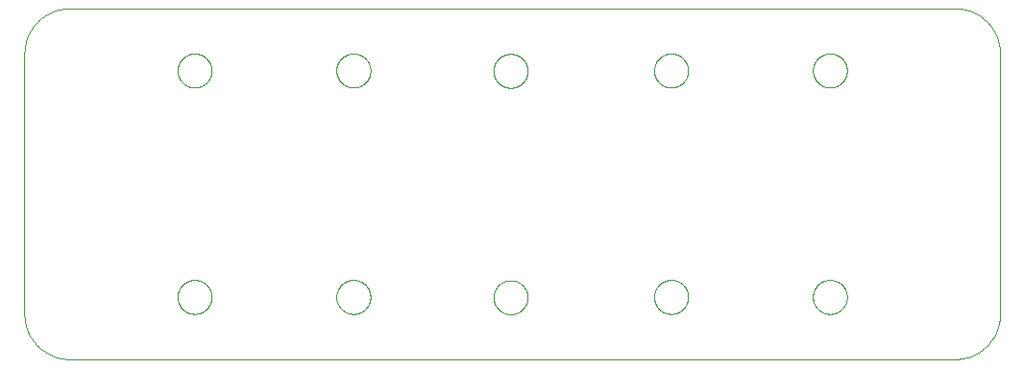
<source format=gtp>
G75*
%MOIN*%
%OFA0B0*%
%FSLAX25Y25*%
%IPPOS*%
%LPD*%
%AMOC8*
5,1,8,0,0,1.08239X$1,22.5*
%
%ADD10C,0.00000*%
D10*
X0024622Y0008874D02*
X0331709Y0008874D01*
X0332090Y0008879D01*
X0332470Y0008892D01*
X0332850Y0008915D01*
X0333229Y0008948D01*
X0333607Y0008989D01*
X0333984Y0009039D01*
X0334360Y0009099D01*
X0334735Y0009167D01*
X0335107Y0009245D01*
X0335478Y0009332D01*
X0335846Y0009427D01*
X0336212Y0009532D01*
X0336575Y0009645D01*
X0336936Y0009767D01*
X0337293Y0009897D01*
X0337647Y0010037D01*
X0337998Y0010184D01*
X0338345Y0010341D01*
X0338688Y0010505D01*
X0339027Y0010678D01*
X0339362Y0010859D01*
X0339693Y0011048D01*
X0340018Y0011245D01*
X0340339Y0011449D01*
X0340655Y0011662D01*
X0340965Y0011882D01*
X0341271Y0012109D01*
X0341570Y0012344D01*
X0341864Y0012586D01*
X0342152Y0012834D01*
X0342434Y0013090D01*
X0342709Y0013353D01*
X0342978Y0013622D01*
X0343241Y0013897D01*
X0343497Y0014179D01*
X0343745Y0014467D01*
X0343987Y0014761D01*
X0344222Y0015060D01*
X0344449Y0015366D01*
X0344669Y0015676D01*
X0344882Y0015992D01*
X0345086Y0016313D01*
X0345283Y0016638D01*
X0345472Y0016969D01*
X0345653Y0017304D01*
X0345826Y0017643D01*
X0345990Y0017986D01*
X0346147Y0018333D01*
X0346294Y0018684D01*
X0346434Y0019038D01*
X0346564Y0019395D01*
X0346686Y0019756D01*
X0346799Y0020119D01*
X0346904Y0020485D01*
X0346999Y0020853D01*
X0347086Y0021224D01*
X0347164Y0021596D01*
X0347232Y0021971D01*
X0347292Y0022347D01*
X0347342Y0022724D01*
X0347383Y0023102D01*
X0347416Y0023481D01*
X0347439Y0023861D01*
X0347452Y0024241D01*
X0347457Y0024622D01*
X0347457Y0115173D01*
X0347452Y0115554D01*
X0347439Y0115934D01*
X0347416Y0116314D01*
X0347383Y0116693D01*
X0347342Y0117071D01*
X0347292Y0117448D01*
X0347232Y0117824D01*
X0347164Y0118199D01*
X0347086Y0118571D01*
X0346999Y0118942D01*
X0346904Y0119310D01*
X0346799Y0119676D01*
X0346686Y0120039D01*
X0346564Y0120400D01*
X0346434Y0120757D01*
X0346294Y0121111D01*
X0346147Y0121462D01*
X0345990Y0121809D01*
X0345826Y0122152D01*
X0345653Y0122491D01*
X0345472Y0122826D01*
X0345283Y0123157D01*
X0345086Y0123482D01*
X0344882Y0123803D01*
X0344669Y0124119D01*
X0344449Y0124429D01*
X0344222Y0124735D01*
X0343987Y0125034D01*
X0343745Y0125328D01*
X0343497Y0125616D01*
X0343241Y0125898D01*
X0342978Y0126173D01*
X0342709Y0126442D01*
X0342434Y0126705D01*
X0342152Y0126961D01*
X0341864Y0127209D01*
X0341570Y0127451D01*
X0341271Y0127686D01*
X0340965Y0127913D01*
X0340655Y0128133D01*
X0340339Y0128346D01*
X0340018Y0128550D01*
X0339693Y0128747D01*
X0339362Y0128936D01*
X0339027Y0129117D01*
X0338688Y0129290D01*
X0338345Y0129454D01*
X0337998Y0129611D01*
X0337647Y0129758D01*
X0337293Y0129898D01*
X0336936Y0130028D01*
X0336575Y0130150D01*
X0336212Y0130263D01*
X0335846Y0130368D01*
X0335478Y0130463D01*
X0335107Y0130550D01*
X0334735Y0130628D01*
X0334360Y0130696D01*
X0333984Y0130756D01*
X0333607Y0130806D01*
X0333229Y0130847D01*
X0332850Y0130880D01*
X0332470Y0130903D01*
X0332090Y0130916D01*
X0331709Y0130921D01*
X0024622Y0130921D01*
X0024241Y0130916D01*
X0023861Y0130903D01*
X0023481Y0130880D01*
X0023102Y0130847D01*
X0022724Y0130806D01*
X0022347Y0130756D01*
X0021971Y0130696D01*
X0021596Y0130628D01*
X0021224Y0130550D01*
X0020853Y0130463D01*
X0020485Y0130368D01*
X0020119Y0130263D01*
X0019756Y0130150D01*
X0019395Y0130028D01*
X0019038Y0129898D01*
X0018684Y0129758D01*
X0018333Y0129611D01*
X0017986Y0129454D01*
X0017643Y0129290D01*
X0017304Y0129117D01*
X0016969Y0128936D01*
X0016638Y0128747D01*
X0016313Y0128550D01*
X0015992Y0128346D01*
X0015676Y0128133D01*
X0015366Y0127913D01*
X0015060Y0127686D01*
X0014761Y0127451D01*
X0014467Y0127209D01*
X0014179Y0126961D01*
X0013897Y0126705D01*
X0013622Y0126442D01*
X0013353Y0126173D01*
X0013090Y0125898D01*
X0012834Y0125616D01*
X0012586Y0125328D01*
X0012344Y0125034D01*
X0012109Y0124735D01*
X0011882Y0124429D01*
X0011662Y0124119D01*
X0011449Y0123803D01*
X0011245Y0123482D01*
X0011048Y0123157D01*
X0010859Y0122826D01*
X0010678Y0122491D01*
X0010505Y0122152D01*
X0010341Y0121809D01*
X0010184Y0121462D01*
X0010037Y0121111D01*
X0009897Y0120757D01*
X0009767Y0120400D01*
X0009645Y0120039D01*
X0009532Y0119676D01*
X0009427Y0119310D01*
X0009332Y0118942D01*
X0009245Y0118571D01*
X0009167Y0118199D01*
X0009099Y0117824D01*
X0009039Y0117448D01*
X0008989Y0117071D01*
X0008948Y0116693D01*
X0008915Y0116314D01*
X0008892Y0115934D01*
X0008879Y0115554D01*
X0008874Y0115173D01*
X0008874Y0024622D01*
X0008879Y0024241D01*
X0008892Y0023861D01*
X0008915Y0023481D01*
X0008948Y0023102D01*
X0008989Y0022724D01*
X0009039Y0022347D01*
X0009099Y0021971D01*
X0009167Y0021596D01*
X0009245Y0021224D01*
X0009332Y0020853D01*
X0009427Y0020485D01*
X0009532Y0020119D01*
X0009645Y0019756D01*
X0009767Y0019395D01*
X0009897Y0019038D01*
X0010037Y0018684D01*
X0010184Y0018333D01*
X0010341Y0017986D01*
X0010505Y0017643D01*
X0010678Y0017304D01*
X0010859Y0016969D01*
X0011048Y0016638D01*
X0011245Y0016313D01*
X0011449Y0015992D01*
X0011662Y0015676D01*
X0011882Y0015366D01*
X0012109Y0015060D01*
X0012344Y0014761D01*
X0012586Y0014467D01*
X0012834Y0014179D01*
X0013090Y0013897D01*
X0013353Y0013622D01*
X0013622Y0013353D01*
X0013897Y0013090D01*
X0014179Y0012834D01*
X0014467Y0012586D01*
X0014761Y0012344D01*
X0015060Y0012109D01*
X0015366Y0011882D01*
X0015676Y0011662D01*
X0015992Y0011449D01*
X0016313Y0011245D01*
X0016638Y0011048D01*
X0016969Y0010859D01*
X0017304Y0010678D01*
X0017643Y0010505D01*
X0017986Y0010341D01*
X0018333Y0010184D01*
X0018684Y0010037D01*
X0019038Y0009897D01*
X0019395Y0009767D01*
X0019756Y0009645D01*
X0020119Y0009532D01*
X0020485Y0009427D01*
X0020853Y0009332D01*
X0021224Y0009245D01*
X0021596Y0009167D01*
X0021971Y0009099D01*
X0022347Y0009039D01*
X0022724Y0008989D01*
X0023102Y0008948D01*
X0023481Y0008915D01*
X0023861Y0008892D01*
X0024241Y0008879D01*
X0024622Y0008874D01*
X0062023Y0030528D02*
X0062025Y0030681D01*
X0062031Y0030835D01*
X0062041Y0030988D01*
X0062055Y0031140D01*
X0062073Y0031293D01*
X0062095Y0031444D01*
X0062120Y0031595D01*
X0062150Y0031746D01*
X0062184Y0031896D01*
X0062221Y0032044D01*
X0062262Y0032192D01*
X0062307Y0032338D01*
X0062356Y0032484D01*
X0062409Y0032628D01*
X0062465Y0032770D01*
X0062525Y0032911D01*
X0062589Y0033051D01*
X0062656Y0033189D01*
X0062727Y0033325D01*
X0062802Y0033459D01*
X0062879Y0033591D01*
X0062961Y0033721D01*
X0063045Y0033849D01*
X0063133Y0033975D01*
X0063224Y0034098D01*
X0063318Y0034219D01*
X0063416Y0034337D01*
X0063516Y0034453D01*
X0063620Y0034566D01*
X0063726Y0034677D01*
X0063835Y0034785D01*
X0063947Y0034890D01*
X0064061Y0034991D01*
X0064179Y0035090D01*
X0064298Y0035186D01*
X0064420Y0035279D01*
X0064545Y0035368D01*
X0064672Y0035455D01*
X0064801Y0035537D01*
X0064932Y0035617D01*
X0065065Y0035693D01*
X0065200Y0035766D01*
X0065337Y0035835D01*
X0065476Y0035900D01*
X0065616Y0035962D01*
X0065758Y0036020D01*
X0065901Y0036075D01*
X0066046Y0036126D01*
X0066192Y0036173D01*
X0066339Y0036216D01*
X0066487Y0036255D01*
X0066636Y0036291D01*
X0066786Y0036322D01*
X0066937Y0036350D01*
X0067088Y0036374D01*
X0067241Y0036394D01*
X0067393Y0036410D01*
X0067546Y0036422D01*
X0067699Y0036430D01*
X0067852Y0036434D01*
X0068006Y0036434D01*
X0068159Y0036430D01*
X0068312Y0036422D01*
X0068465Y0036410D01*
X0068617Y0036394D01*
X0068770Y0036374D01*
X0068921Y0036350D01*
X0069072Y0036322D01*
X0069222Y0036291D01*
X0069371Y0036255D01*
X0069519Y0036216D01*
X0069666Y0036173D01*
X0069812Y0036126D01*
X0069957Y0036075D01*
X0070100Y0036020D01*
X0070242Y0035962D01*
X0070382Y0035900D01*
X0070521Y0035835D01*
X0070658Y0035766D01*
X0070793Y0035693D01*
X0070926Y0035617D01*
X0071057Y0035537D01*
X0071186Y0035455D01*
X0071313Y0035368D01*
X0071438Y0035279D01*
X0071560Y0035186D01*
X0071679Y0035090D01*
X0071797Y0034991D01*
X0071911Y0034890D01*
X0072023Y0034785D01*
X0072132Y0034677D01*
X0072238Y0034566D01*
X0072342Y0034453D01*
X0072442Y0034337D01*
X0072540Y0034219D01*
X0072634Y0034098D01*
X0072725Y0033975D01*
X0072813Y0033849D01*
X0072897Y0033721D01*
X0072979Y0033591D01*
X0073056Y0033459D01*
X0073131Y0033325D01*
X0073202Y0033189D01*
X0073269Y0033051D01*
X0073333Y0032911D01*
X0073393Y0032770D01*
X0073449Y0032628D01*
X0073502Y0032484D01*
X0073551Y0032338D01*
X0073596Y0032192D01*
X0073637Y0032044D01*
X0073674Y0031896D01*
X0073708Y0031746D01*
X0073738Y0031595D01*
X0073763Y0031444D01*
X0073785Y0031293D01*
X0073803Y0031140D01*
X0073817Y0030988D01*
X0073827Y0030835D01*
X0073833Y0030681D01*
X0073835Y0030528D01*
X0073833Y0030375D01*
X0073827Y0030221D01*
X0073817Y0030068D01*
X0073803Y0029916D01*
X0073785Y0029763D01*
X0073763Y0029612D01*
X0073738Y0029461D01*
X0073708Y0029310D01*
X0073674Y0029160D01*
X0073637Y0029012D01*
X0073596Y0028864D01*
X0073551Y0028718D01*
X0073502Y0028572D01*
X0073449Y0028428D01*
X0073393Y0028286D01*
X0073333Y0028145D01*
X0073269Y0028005D01*
X0073202Y0027867D01*
X0073131Y0027731D01*
X0073056Y0027597D01*
X0072979Y0027465D01*
X0072897Y0027335D01*
X0072813Y0027207D01*
X0072725Y0027081D01*
X0072634Y0026958D01*
X0072540Y0026837D01*
X0072442Y0026719D01*
X0072342Y0026603D01*
X0072238Y0026490D01*
X0072132Y0026379D01*
X0072023Y0026271D01*
X0071911Y0026166D01*
X0071797Y0026065D01*
X0071679Y0025966D01*
X0071560Y0025870D01*
X0071438Y0025777D01*
X0071313Y0025688D01*
X0071186Y0025601D01*
X0071057Y0025519D01*
X0070926Y0025439D01*
X0070793Y0025363D01*
X0070658Y0025290D01*
X0070521Y0025221D01*
X0070382Y0025156D01*
X0070242Y0025094D01*
X0070100Y0025036D01*
X0069957Y0024981D01*
X0069812Y0024930D01*
X0069666Y0024883D01*
X0069519Y0024840D01*
X0069371Y0024801D01*
X0069222Y0024765D01*
X0069072Y0024734D01*
X0068921Y0024706D01*
X0068770Y0024682D01*
X0068617Y0024662D01*
X0068465Y0024646D01*
X0068312Y0024634D01*
X0068159Y0024626D01*
X0068006Y0024622D01*
X0067852Y0024622D01*
X0067699Y0024626D01*
X0067546Y0024634D01*
X0067393Y0024646D01*
X0067241Y0024662D01*
X0067088Y0024682D01*
X0066937Y0024706D01*
X0066786Y0024734D01*
X0066636Y0024765D01*
X0066487Y0024801D01*
X0066339Y0024840D01*
X0066192Y0024883D01*
X0066046Y0024930D01*
X0065901Y0024981D01*
X0065758Y0025036D01*
X0065616Y0025094D01*
X0065476Y0025156D01*
X0065337Y0025221D01*
X0065200Y0025290D01*
X0065065Y0025363D01*
X0064932Y0025439D01*
X0064801Y0025519D01*
X0064672Y0025601D01*
X0064545Y0025688D01*
X0064420Y0025777D01*
X0064298Y0025870D01*
X0064179Y0025966D01*
X0064061Y0026065D01*
X0063947Y0026166D01*
X0063835Y0026271D01*
X0063726Y0026379D01*
X0063620Y0026490D01*
X0063516Y0026603D01*
X0063416Y0026719D01*
X0063318Y0026837D01*
X0063224Y0026958D01*
X0063133Y0027081D01*
X0063045Y0027207D01*
X0062961Y0027335D01*
X0062879Y0027465D01*
X0062802Y0027597D01*
X0062727Y0027731D01*
X0062656Y0027867D01*
X0062589Y0028005D01*
X0062525Y0028145D01*
X0062465Y0028286D01*
X0062409Y0028428D01*
X0062356Y0028572D01*
X0062307Y0028718D01*
X0062262Y0028864D01*
X0062221Y0029012D01*
X0062184Y0029160D01*
X0062150Y0029310D01*
X0062120Y0029461D01*
X0062095Y0029612D01*
X0062073Y0029763D01*
X0062055Y0029916D01*
X0062041Y0030068D01*
X0062031Y0030221D01*
X0062025Y0030375D01*
X0062023Y0030528D01*
X0117141Y0030528D02*
X0117143Y0030681D01*
X0117149Y0030835D01*
X0117159Y0030988D01*
X0117173Y0031140D01*
X0117191Y0031293D01*
X0117213Y0031444D01*
X0117238Y0031595D01*
X0117268Y0031746D01*
X0117302Y0031896D01*
X0117339Y0032044D01*
X0117380Y0032192D01*
X0117425Y0032338D01*
X0117474Y0032484D01*
X0117527Y0032628D01*
X0117583Y0032770D01*
X0117643Y0032911D01*
X0117707Y0033051D01*
X0117774Y0033189D01*
X0117845Y0033325D01*
X0117920Y0033459D01*
X0117997Y0033591D01*
X0118079Y0033721D01*
X0118163Y0033849D01*
X0118251Y0033975D01*
X0118342Y0034098D01*
X0118436Y0034219D01*
X0118534Y0034337D01*
X0118634Y0034453D01*
X0118738Y0034566D01*
X0118844Y0034677D01*
X0118953Y0034785D01*
X0119065Y0034890D01*
X0119179Y0034991D01*
X0119297Y0035090D01*
X0119416Y0035186D01*
X0119538Y0035279D01*
X0119663Y0035368D01*
X0119790Y0035455D01*
X0119919Y0035537D01*
X0120050Y0035617D01*
X0120183Y0035693D01*
X0120318Y0035766D01*
X0120455Y0035835D01*
X0120594Y0035900D01*
X0120734Y0035962D01*
X0120876Y0036020D01*
X0121019Y0036075D01*
X0121164Y0036126D01*
X0121310Y0036173D01*
X0121457Y0036216D01*
X0121605Y0036255D01*
X0121754Y0036291D01*
X0121904Y0036322D01*
X0122055Y0036350D01*
X0122206Y0036374D01*
X0122359Y0036394D01*
X0122511Y0036410D01*
X0122664Y0036422D01*
X0122817Y0036430D01*
X0122970Y0036434D01*
X0123124Y0036434D01*
X0123277Y0036430D01*
X0123430Y0036422D01*
X0123583Y0036410D01*
X0123735Y0036394D01*
X0123888Y0036374D01*
X0124039Y0036350D01*
X0124190Y0036322D01*
X0124340Y0036291D01*
X0124489Y0036255D01*
X0124637Y0036216D01*
X0124784Y0036173D01*
X0124930Y0036126D01*
X0125075Y0036075D01*
X0125218Y0036020D01*
X0125360Y0035962D01*
X0125500Y0035900D01*
X0125639Y0035835D01*
X0125776Y0035766D01*
X0125911Y0035693D01*
X0126044Y0035617D01*
X0126175Y0035537D01*
X0126304Y0035455D01*
X0126431Y0035368D01*
X0126556Y0035279D01*
X0126678Y0035186D01*
X0126797Y0035090D01*
X0126915Y0034991D01*
X0127029Y0034890D01*
X0127141Y0034785D01*
X0127250Y0034677D01*
X0127356Y0034566D01*
X0127460Y0034453D01*
X0127560Y0034337D01*
X0127658Y0034219D01*
X0127752Y0034098D01*
X0127843Y0033975D01*
X0127931Y0033849D01*
X0128015Y0033721D01*
X0128097Y0033591D01*
X0128174Y0033459D01*
X0128249Y0033325D01*
X0128320Y0033189D01*
X0128387Y0033051D01*
X0128451Y0032911D01*
X0128511Y0032770D01*
X0128567Y0032628D01*
X0128620Y0032484D01*
X0128669Y0032338D01*
X0128714Y0032192D01*
X0128755Y0032044D01*
X0128792Y0031896D01*
X0128826Y0031746D01*
X0128856Y0031595D01*
X0128881Y0031444D01*
X0128903Y0031293D01*
X0128921Y0031140D01*
X0128935Y0030988D01*
X0128945Y0030835D01*
X0128951Y0030681D01*
X0128953Y0030528D01*
X0128951Y0030375D01*
X0128945Y0030221D01*
X0128935Y0030068D01*
X0128921Y0029916D01*
X0128903Y0029763D01*
X0128881Y0029612D01*
X0128856Y0029461D01*
X0128826Y0029310D01*
X0128792Y0029160D01*
X0128755Y0029012D01*
X0128714Y0028864D01*
X0128669Y0028718D01*
X0128620Y0028572D01*
X0128567Y0028428D01*
X0128511Y0028286D01*
X0128451Y0028145D01*
X0128387Y0028005D01*
X0128320Y0027867D01*
X0128249Y0027731D01*
X0128174Y0027597D01*
X0128097Y0027465D01*
X0128015Y0027335D01*
X0127931Y0027207D01*
X0127843Y0027081D01*
X0127752Y0026958D01*
X0127658Y0026837D01*
X0127560Y0026719D01*
X0127460Y0026603D01*
X0127356Y0026490D01*
X0127250Y0026379D01*
X0127141Y0026271D01*
X0127029Y0026166D01*
X0126915Y0026065D01*
X0126797Y0025966D01*
X0126678Y0025870D01*
X0126556Y0025777D01*
X0126431Y0025688D01*
X0126304Y0025601D01*
X0126175Y0025519D01*
X0126044Y0025439D01*
X0125911Y0025363D01*
X0125776Y0025290D01*
X0125639Y0025221D01*
X0125500Y0025156D01*
X0125360Y0025094D01*
X0125218Y0025036D01*
X0125075Y0024981D01*
X0124930Y0024930D01*
X0124784Y0024883D01*
X0124637Y0024840D01*
X0124489Y0024801D01*
X0124340Y0024765D01*
X0124190Y0024734D01*
X0124039Y0024706D01*
X0123888Y0024682D01*
X0123735Y0024662D01*
X0123583Y0024646D01*
X0123430Y0024634D01*
X0123277Y0024626D01*
X0123124Y0024622D01*
X0122970Y0024622D01*
X0122817Y0024626D01*
X0122664Y0024634D01*
X0122511Y0024646D01*
X0122359Y0024662D01*
X0122206Y0024682D01*
X0122055Y0024706D01*
X0121904Y0024734D01*
X0121754Y0024765D01*
X0121605Y0024801D01*
X0121457Y0024840D01*
X0121310Y0024883D01*
X0121164Y0024930D01*
X0121019Y0024981D01*
X0120876Y0025036D01*
X0120734Y0025094D01*
X0120594Y0025156D01*
X0120455Y0025221D01*
X0120318Y0025290D01*
X0120183Y0025363D01*
X0120050Y0025439D01*
X0119919Y0025519D01*
X0119790Y0025601D01*
X0119663Y0025688D01*
X0119538Y0025777D01*
X0119416Y0025870D01*
X0119297Y0025966D01*
X0119179Y0026065D01*
X0119065Y0026166D01*
X0118953Y0026271D01*
X0118844Y0026379D01*
X0118738Y0026490D01*
X0118634Y0026603D01*
X0118534Y0026719D01*
X0118436Y0026837D01*
X0118342Y0026958D01*
X0118251Y0027081D01*
X0118163Y0027207D01*
X0118079Y0027335D01*
X0117997Y0027465D01*
X0117920Y0027597D01*
X0117845Y0027731D01*
X0117774Y0027867D01*
X0117707Y0028005D01*
X0117643Y0028145D01*
X0117583Y0028286D01*
X0117527Y0028428D01*
X0117474Y0028572D01*
X0117425Y0028718D01*
X0117380Y0028864D01*
X0117339Y0029012D01*
X0117302Y0029160D01*
X0117268Y0029310D01*
X0117238Y0029461D01*
X0117213Y0029612D01*
X0117191Y0029763D01*
X0117173Y0029916D01*
X0117159Y0030068D01*
X0117149Y0030221D01*
X0117143Y0030375D01*
X0117141Y0030528D01*
X0171669Y0030409D02*
X0171671Y0030562D01*
X0171677Y0030716D01*
X0171687Y0030869D01*
X0171701Y0031021D01*
X0171719Y0031174D01*
X0171741Y0031325D01*
X0171766Y0031476D01*
X0171796Y0031627D01*
X0171830Y0031777D01*
X0171867Y0031925D01*
X0171908Y0032073D01*
X0171953Y0032219D01*
X0172002Y0032365D01*
X0172055Y0032509D01*
X0172111Y0032651D01*
X0172171Y0032792D01*
X0172235Y0032932D01*
X0172302Y0033070D01*
X0172373Y0033206D01*
X0172448Y0033340D01*
X0172525Y0033472D01*
X0172607Y0033602D01*
X0172691Y0033730D01*
X0172779Y0033856D01*
X0172870Y0033979D01*
X0172964Y0034100D01*
X0173062Y0034218D01*
X0173162Y0034334D01*
X0173266Y0034447D01*
X0173372Y0034558D01*
X0173481Y0034666D01*
X0173593Y0034771D01*
X0173707Y0034872D01*
X0173825Y0034971D01*
X0173944Y0035067D01*
X0174066Y0035160D01*
X0174191Y0035249D01*
X0174318Y0035336D01*
X0174447Y0035418D01*
X0174578Y0035498D01*
X0174711Y0035574D01*
X0174846Y0035647D01*
X0174983Y0035716D01*
X0175122Y0035781D01*
X0175262Y0035843D01*
X0175404Y0035901D01*
X0175547Y0035956D01*
X0175692Y0036007D01*
X0175838Y0036054D01*
X0175985Y0036097D01*
X0176133Y0036136D01*
X0176282Y0036172D01*
X0176432Y0036203D01*
X0176583Y0036231D01*
X0176734Y0036255D01*
X0176887Y0036275D01*
X0177039Y0036291D01*
X0177192Y0036303D01*
X0177345Y0036311D01*
X0177498Y0036315D01*
X0177652Y0036315D01*
X0177805Y0036311D01*
X0177958Y0036303D01*
X0178111Y0036291D01*
X0178263Y0036275D01*
X0178416Y0036255D01*
X0178567Y0036231D01*
X0178718Y0036203D01*
X0178868Y0036172D01*
X0179017Y0036136D01*
X0179165Y0036097D01*
X0179312Y0036054D01*
X0179458Y0036007D01*
X0179603Y0035956D01*
X0179746Y0035901D01*
X0179888Y0035843D01*
X0180028Y0035781D01*
X0180167Y0035716D01*
X0180304Y0035647D01*
X0180439Y0035574D01*
X0180572Y0035498D01*
X0180703Y0035418D01*
X0180832Y0035336D01*
X0180959Y0035249D01*
X0181084Y0035160D01*
X0181206Y0035067D01*
X0181325Y0034971D01*
X0181443Y0034872D01*
X0181557Y0034771D01*
X0181669Y0034666D01*
X0181778Y0034558D01*
X0181884Y0034447D01*
X0181988Y0034334D01*
X0182088Y0034218D01*
X0182186Y0034100D01*
X0182280Y0033979D01*
X0182371Y0033856D01*
X0182459Y0033730D01*
X0182543Y0033602D01*
X0182625Y0033472D01*
X0182702Y0033340D01*
X0182777Y0033206D01*
X0182848Y0033070D01*
X0182915Y0032932D01*
X0182979Y0032792D01*
X0183039Y0032651D01*
X0183095Y0032509D01*
X0183148Y0032365D01*
X0183197Y0032219D01*
X0183242Y0032073D01*
X0183283Y0031925D01*
X0183320Y0031777D01*
X0183354Y0031627D01*
X0183384Y0031476D01*
X0183409Y0031325D01*
X0183431Y0031174D01*
X0183449Y0031021D01*
X0183463Y0030869D01*
X0183473Y0030716D01*
X0183479Y0030562D01*
X0183481Y0030409D01*
X0183479Y0030256D01*
X0183473Y0030102D01*
X0183463Y0029949D01*
X0183449Y0029797D01*
X0183431Y0029644D01*
X0183409Y0029493D01*
X0183384Y0029342D01*
X0183354Y0029191D01*
X0183320Y0029041D01*
X0183283Y0028893D01*
X0183242Y0028745D01*
X0183197Y0028599D01*
X0183148Y0028453D01*
X0183095Y0028309D01*
X0183039Y0028167D01*
X0182979Y0028026D01*
X0182915Y0027886D01*
X0182848Y0027748D01*
X0182777Y0027612D01*
X0182702Y0027478D01*
X0182625Y0027346D01*
X0182543Y0027216D01*
X0182459Y0027088D01*
X0182371Y0026962D01*
X0182280Y0026839D01*
X0182186Y0026718D01*
X0182088Y0026600D01*
X0181988Y0026484D01*
X0181884Y0026371D01*
X0181778Y0026260D01*
X0181669Y0026152D01*
X0181557Y0026047D01*
X0181443Y0025946D01*
X0181325Y0025847D01*
X0181206Y0025751D01*
X0181084Y0025658D01*
X0180959Y0025569D01*
X0180832Y0025482D01*
X0180703Y0025400D01*
X0180572Y0025320D01*
X0180439Y0025244D01*
X0180304Y0025171D01*
X0180167Y0025102D01*
X0180028Y0025037D01*
X0179888Y0024975D01*
X0179746Y0024917D01*
X0179603Y0024862D01*
X0179458Y0024811D01*
X0179312Y0024764D01*
X0179165Y0024721D01*
X0179017Y0024682D01*
X0178868Y0024646D01*
X0178718Y0024615D01*
X0178567Y0024587D01*
X0178416Y0024563D01*
X0178263Y0024543D01*
X0178111Y0024527D01*
X0177958Y0024515D01*
X0177805Y0024507D01*
X0177652Y0024503D01*
X0177498Y0024503D01*
X0177345Y0024507D01*
X0177192Y0024515D01*
X0177039Y0024527D01*
X0176887Y0024543D01*
X0176734Y0024563D01*
X0176583Y0024587D01*
X0176432Y0024615D01*
X0176282Y0024646D01*
X0176133Y0024682D01*
X0175985Y0024721D01*
X0175838Y0024764D01*
X0175692Y0024811D01*
X0175547Y0024862D01*
X0175404Y0024917D01*
X0175262Y0024975D01*
X0175122Y0025037D01*
X0174983Y0025102D01*
X0174846Y0025171D01*
X0174711Y0025244D01*
X0174578Y0025320D01*
X0174447Y0025400D01*
X0174318Y0025482D01*
X0174191Y0025569D01*
X0174066Y0025658D01*
X0173944Y0025751D01*
X0173825Y0025847D01*
X0173707Y0025946D01*
X0173593Y0026047D01*
X0173481Y0026152D01*
X0173372Y0026260D01*
X0173266Y0026371D01*
X0173162Y0026484D01*
X0173062Y0026600D01*
X0172964Y0026718D01*
X0172870Y0026839D01*
X0172779Y0026962D01*
X0172691Y0027088D01*
X0172607Y0027216D01*
X0172525Y0027346D01*
X0172448Y0027478D01*
X0172373Y0027612D01*
X0172302Y0027748D01*
X0172235Y0027886D01*
X0172171Y0028026D01*
X0172111Y0028167D01*
X0172055Y0028309D01*
X0172002Y0028453D01*
X0171953Y0028599D01*
X0171908Y0028745D01*
X0171867Y0028893D01*
X0171830Y0029041D01*
X0171796Y0029191D01*
X0171766Y0029342D01*
X0171741Y0029493D01*
X0171719Y0029644D01*
X0171701Y0029797D01*
X0171687Y0029949D01*
X0171677Y0030102D01*
X0171671Y0030256D01*
X0171669Y0030409D01*
X0227377Y0030528D02*
X0227379Y0030681D01*
X0227385Y0030835D01*
X0227395Y0030988D01*
X0227409Y0031140D01*
X0227427Y0031293D01*
X0227449Y0031444D01*
X0227474Y0031595D01*
X0227504Y0031746D01*
X0227538Y0031896D01*
X0227575Y0032044D01*
X0227616Y0032192D01*
X0227661Y0032338D01*
X0227710Y0032484D01*
X0227763Y0032628D01*
X0227819Y0032770D01*
X0227879Y0032911D01*
X0227943Y0033051D01*
X0228010Y0033189D01*
X0228081Y0033325D01*
X0228156Y0033459D01*
X0228233Y0033591D01*
X0228315Y0033721D01*
X0228399Y0033849D01*
X0228487Y0033975D01*
X0228578Y0034098D01*
X0228672Y0034219D01*
X0228770Y0034337D01*
X0228870Y0034453D01*
X0228974Y0034566D01*
X0229080Y0034677D01*
X0229189Y0034785D01*
X0229301Y0034890D01*
X0229415Y0034991D01*
X0229533Y0035090D01*
X0229652Y0035186D01*
X0229774Y0035279D01*
X0229899Y0035368D01*
X0230026Y0035455D01*
X0230155Y0035537D01*
X0230286Y0035617D01*
X0230419Y0035693D01*
X0230554Y0035766D01*
X0230691Y0035835D01*
X0230830Y0035900D01*
X0230970Y0035962D01*
X0231112Y0036020D01*
X0231255Y0036075D01*
X0231400Y0036126D01*
X0231546Y0036173D01*
X0231693Y0036216D01*
X0231841Y0036255D01*
X0231990Y0036291D01*
X0232140Y0036322D01*
X0232291Y0036350D01*
X0232442Y0036374D01*
X0232595Y0036394D01*
X0232747Y0036410D01*
X0232900Y0036422D01*
X0233053Y0036430D01*
X0233206Y0036434D01*
X0233360Y0036434D01*
X0233513Y0036430D01*
X0233666Y0036422D01*
X0233819Y0036410D01*
X0233971Y0036394D01*
X0234124Y0036374D01*
X0234275Y0036350D01*
X0234426Y0036322D01*
X0234576Y0036291D01*
X0234725Y0036255D01*
X0234873Y0036216D01*
X0235020Y0036173D01*
X0235166Y0036126D01*
X0235311Y0036075D01*
X0235454Y0036020D01*
X0235596Y0035962D01*
X0235736Y0035900D01*
X0235875Y0035835D01*
X0236012Y0035766D01*
X0236147Y0035693D01*
X0236280Y0035617D01*
X0236411Y0035537D01*
X0236540Y0035455D01*
X0236667Y0035368D01*
X0236792Y0035279D01*
X0236914Y0035186D01*
X0237033Y0035090D01*
X0237151Y0034991D01*
X0237265Y0034890D01*
X0237377Y0034785D01*
X0237486Y0034677D01*
X0237592Y0034566D01*
X0237696Y0034453D01*
X0237796Y0034337D01*
X0237894Y0034219D01*
X0237988Y0034098D01*
X0238079Y0033975D01*
X0238167Y0033849D01*
X0238251Y0033721D01*
X0238333Y0033591D01*
X0238410Y0033459D01*
X0238485Y0033325D01*
X0238556Y0033189D01*
X0238623Y0033051D01*
X0238687Y0032911D01*
X0238747Y0032770D01*
X0238803Y0032628D01*
X0238856Y0032484D01*
X0238905Y0032338D01*
X0238950Y0032192D01*
X0238991Y0032044D01*
X0239028Y0031896D01*
X0239062Y0031746D01*
X0239092Y0031595D01*
X0239117Y0031444D01*
X0239139Y0031293D01*
X0239157Y0031140D01*
X0239171Y0030988D01*
X0239181Y0030835D01*
X0239187Y0030681D01*
X0239189Y0030528D01*
X0239187Y0030375D01*
X0239181Y0030221D01*
X0239171Y0030068D01*
X0239157Y0029916D01*
X0239139Y0029763D01*
X0239117Y0029612D01*
X0239092Y0029461D01*
X0239062Y0029310D01*
X0239028Y0029160D01*
X0238991Y0029012D01*
X0238950Y0028864D01*
X0238905Y0028718D01*
X0238856Y0028572D01*
X0238803Y0028428D01*
X0238747Y0028286D01*
X0238687Y0028145D01*
X0238623Y0028005D01*
X0238556Y0027867D01*
X0238485Y0027731D01*
X0238410Y0027597D01*
X0238333Y0027465D01*
X0238251Y0027335D01*
X0238167Y0027207D01*
X0238079Y0027081D01*
X0237988Y0026958D01*
X0237894Y0026837D01*
X0237796Y0026719D01*
X0237696Y0026603D01*
X0237592Y0026490D01*
X0237486Y0026379D01*
X0237377Y0026271D01*
X0237265Y0026166D01*
X0237151Y0026065D01*
X0237033Y0025966D01*
X0236914Y0025870D01*
X0236792Y0025777D01*
X0236667Y0025688D01*
X0236540Y0025601D01*
X0236411Y0025519D01*
X0236280Y0025439D01*
X0236147Y0025363D01*
X0236012Y0025290D01*
X0235875Y0025221D01*
X0235736Y0025156D01*
X0235596Y0025094D01*
X0235454Y0025036D01*
X0235311Y0024981D01*
X0235166Y0024930D01*
X0235020Y0024883D01*
X0234873Y0024840D01*
X0234725Y0024801D01*
X0234576Y0024765D01*
X0234426Y0024734D01*
X0234275Y0024706D01*
X0234124Y0024682D01*
X0233971Y0024662D01*
X0233819Y0024646D01*
X0233666Y0024634D01*
X0233513Y0024626D01*
X0233360Y0024622D01*
X0233206Y0024622D01*
X0233053Y0024626D01*
X0232900Y0024634D01*
X0232747Y0024646D01*
X0232595Y0024662D01*
X0232442Y0024682D01*
X0232291Y0024706D01*
X0232140Y0024734D01*
X0231990Y0024765D01*
X0231841Y0024801D01*
X0231693Y0024840D01*
X0231546Y0024883D01*
X0231400Y0024930D01*
X0231255Y0024981D01*
X0231112Y0025036D01*
X0230970Y0025094D01*
X0230830Y0025156D01*
X0230691Y0025221D01*
X0230554Y0025290D01*
X0230419Y0025363D01*
X0230286Y0025439D01*
X0230155Y0025519D01*
X0230026Y0025601D01*
X0229899Y0025688D01*
X0229774Y0025777D01*
X0229652Y0025870D01*
X0229533Y0025966D01*
X0229415Y0026065D01*
X0229301Y0026166D01*
X0229189Y0026271D01*
X0229080Y0026379D01*
X0228974Y0026490D01*
X0228870Y0026603D01*
X0228770Y0026719D01*
X0228672Y0026837D01*
X0228578Y0026958D01*
X0228487Y0027081D01*
X0228399Y0027207D01*
X0228315Y0027335D01*
X0228233Y0027465D01*
X0228156Y0027597D01*
X0228081Y0027731D01*
X0228010Y0027867D01*
X0227943Y0028005D01*
X0227879Y0028145D01*
X0227819Y0028286D01*
X0227763Y0028428D01*
X0227710Y0028572D01*
X0227661Y0028718D01*
X0227616Y0028864D01*
X0227575Y0029012D01*
X0227538Y0029160D01*
X0227504Y0029310D01*
X0227474Y0029461D01*
X0227449Y0029612D01*
X0227427Y0029763D01*
X0227409Y0029916D01*
X0227395Y0030068D01*
X0227385Y0030221D01*
X0227379Y0030375D01*
X0227377Y0030528D01*
X0282496Y0030528D02*
X0282498Y0030681D01*
X0282504Y0030835D01*
X0282514Y0030988D01*
X0282528Y0031140D01*
X0282546Y0031293D01*
X0282568Y0031444D01*
X0282593Y0031595D01*
X0282623Y0031746D01*
X0282657Y0031896D01*
X0282694Y0032044D01*
X0282735Y0032192D01*
X0282780Y0032338D01*
X0282829Y0032484D01*
X0282882Y0032628D01*
X0282938Y0032770D01*
X0282998Y0032911D01*
X0283062Y0033051D01*
X0283129Y0033189D01*
X0283200Y0033325D01*
X0283275Y0033459D01*
X0283352Y0033591D01*
X0283434Y0033721D01*
X0283518Y0033849D01*
X0283606Y0033975D01*
X0283697Y0034098D01*
X0283791Y0034219D01*
X0283889Y0034337D01*
X0283989Y0034453D01*
X0284093Y0034566D01*
X0284199Y0034677D01*
X0284308Y0034785D01*
X0284420Y0034890D01*
X0284534Y0034991D01*
X0284652Y0035090D01*
X0284771Y0035186D01*
X0284893Y0035279D01*
X0285018Y0035368D01*
X0285145Y0035455D01*
X0285274Y0035537D01*
X0285405Y0035617D01*
X0285538Y0035693D01*
X0285673Y0035766D01*
X0285810Y0035835D01*
X0285949Y0035900D01*
X0286089Y0035962D01*
X0286231Y0036020D01*
X0286374Y0036075D01*
X0286519Y0036126D01*
X0286665Y0036173D01*
X0286812Y0036216D01*
X0286960Y0036255D01*
X0287109Y0036291D01*
X0287259Y0036322D01*
X0287410Y0036350D01*
X0287561Y0036374D01*
X0287714Y0036394D01*
X0287866Y0036410D01*
X0288019Y0036422D01*
X0288172Y0036430D01*
X0288325Y0036434D01*
X0288479Y0036434D01*
X0288632Y0036430D01*
X0288785Y0036422D01*
X0288938Y0036410D01*
X0289090Y0036394D01*
X0289243Y0036374D01*
X0289394Y0036350D01*
X0289545Y0036322D01*
X0289695Y0036291D01*
X0289844Y0036255D01*
X0289992Y0036216D01*
X0290139Y0036173D01*
X0290285Y0036126D01*
X0290430Y0036075D01*
X0290573Y0036020D01*
X0290715Y0035962D01*
X0290855Y0035900D01*
X0290994Y0035835D01*
X0291131Y0035766D01*
X0291266Y0035693D01*
X0291399Y0035617D01*
X0291530Y0035537D01*
X0291659Y0035455D01*
X0291786Y0035368D01*
X0291911Y0035279D01*
X0292033Y0035186D01*
X0292152Y0035090D01*
X0292270Y0034991D01*
X0292384Y0034890D01*
X0292496Y0034785D01*
X0292605Y0034677D01*
X0292711Y0034566D01*
X0292815Y0034453D01*
X0292915Y0034337D01*
X0293013Y0034219D01*
X0293107Y0034098D01*
X0293198Y0033975D01*
X0293286Y0033849D01*
X0293370Y0033721D01*
X0293452Y0033591D01*
X0293529Y0033459D01*
X0293604Y0033325D01*
X0293675Y0033189D01*
X0293742Y0033051D01*
X0293806Y0032911D01*
X0293866Y0032770D01*
X0293922Y0032628D01*
X0293975Y0032484D01*
X0294024Y0032338D01*
X0294069Y0032192D01*
X0294110Y0032044D01*
X0294147Y0031896D01*
X0294181Y0031746D01*
X0294211Y0031595D01*
X0294236Y0031444D01*
X0294258Y0031293D01*
X0294276Y0031140D01*
X0294290Y0030988D01*
X0294300Y0030835D01*
X0294306Y0030681D01*
X0294308Y0030528D01*
X0294306Y0030375D01*
X0294300Y0030221D01*
X0294290Y0030068D01*
X0294276Y0029916D01*
X0294258Y0029763D01*
X0294236Y0029612D01*
X0294211Y0029461D01*
X0294181Y0029310D01*
X0294147Y0029160D01*
X0294110Y0029012D01*
X0294069Y0028864D01*
X0294024Y0028718D01*
X0293975Y0028572D01*
X0293922Y0028428D01*
X0293866Y0028286D01*
X0293806Y0028145D01*
X0293742Y0028005D01*
X0293675Y0027867D01*
X0293604Y0027731D01*
X0293529Y0027597D01*
X0293452Y0027465D01*
X0293370Y0027335D01*
X0293286Y0027207D01*
X0293198Y0027081D01*
X0293107Y0026958D01*
X0293013Y0026837D01*
X0292915Y0026719D01*
X0292815Y0026603D01*
X0292711Y0026490D01*
X0292605Y0026379D01*
X0292496Y0026271D01*
X0292384Y0026166D01*
X0292270Y0026065D01*
X0292152Y0025966D01*
X0292033Y0025870D01*
X0291911Y0025777D01*
X0291786Y0025688D01*
X0291659Y0025601D01*
X0291530Y0025519D01*
X0291399Y0025439D01*
X0291266Y0025363D01*
X0291131Y0025290D01*
X0290994Y0025221D01*
X0290855Y0025156D01*
X0290715Y0025094D01*
X0290573Y0025036D01*
X0290430Y0024981D01*
X0290285Y0024930D01*
X0290139Y0024883D01*
X0289992Y0024840D01*
X0289844Y0024801D01*
X0289695Y0024765D01*
X0289545Y0024734D01*
X0289394Y0024706D01*
X0289243Y0024682D01*
X0289090Y0024662D01*
X0288938Y0024646D01*
X0288785Y0024634D01*
X0288632Y0024626D01*
X0288479Y0024622D01*
X0288325Y0024622D01*
X0288172Y0024626D01*
X0288019Y0024634D01*
X0287866Y0024646D01*
X0287714Y0024662D01*
X0287561Y0024682D01*
X0287410Y0024706D01*
X0287259Y0024734D01*
X0287109Y0024765D01*
X0286960Y0024801D01*
X0286812Y0024840D01*
X0286665Y0024883D01*
X0286519Y0024930D01*
X0286374Y0024981D01*
X0286231Y0025036D01*
X0286089Y0025094D01*
X0285949Y0025156D01*
X0285810Y0025221D01*
X0285673Y0025290D01*
X0285538Y0025363D01*
X0285405Y0025439D01*
X0285274Y0025519D01*
X0285145Y0025601D01*
X0285018Y0025688D01*
X0284893Y0025777D01*
X0284771Y0025870D01*
X0284652Y0025966D01*
X0284534Y0026065D01*
X0284420Y0026166D01*
X0284308Y0026271D01*
X0284199Y0026379D01*
X0284093Y0026490D01*
X0283989Y0026603D01*
X0283889Y0026719D01*
X0283791Y0026837D01*
X0283697Y0026958D01*
X0283606Y0027081D01*
X0283518Y0027207D01*
X0283434Y0027335D01*
X0283352Y0027465D01*
X0283275Y0027597D01*
X0283200Y0027731D01*
X0283129Y0027867D01*
X0283062Y0028005D01*
X0282998Y0028145D01*
X0282938Y0028286D01*
X0282882Y0028428D01*
X0282829Y0028572D01*
X0282780Y0028718D01*
X0282735Y0028864D01*
X0282694Y0029012D01*
X0282657Y0029160D01*
X0282623Y0029310D01*
X0282593Y0029461D01*
X0282568Y0029612D01*
X0282546Y0029763D01*
X0282528Y0029916D01*
X0282514Y0030068D01*
X0282504Y0030221D01*
X0282498Y0030375D01*
X0282496Y0030528D01*
X0282496Y0109268D02*
X0282498Y0109421D01*
X0282504Y0109575D01*
X0282514Y0109728D01*
X0282528Y0109880D01*
X0282546Y0110033D01*
X0282568Y0110184D01*
X0282593Y0110335D01*
X0282623Y0110486D01*
X0282657Y0110636D01*
X0282694Y0110784D01*
X0282735Y0110932D01*
X0282780Y0111078D01*
X0282829Y0111224D01*
X0282882Y0111368D01*
X0282938Y0111510D01*
X0282998Y0111651D01*
X0283062Y0111791D01*
X0283129Y0111929D01*
X0283200Y0112065D01*
X0283275Y0112199D01*
X0283352Y0112331D01*
X0283434Y0112461D01*
X0283518Y0112589D01*
X0283606Y0112715D01*
X0283697Y0112838D01*
X0283791Y0112959D01*
X0283889Y0113077D01*
X0283989Y0113193D01*
X0284093Y0113306D01*
X0284199Y0113417D01*
X0284308Y0113525D01*
X0284420Y0113630D01*
X0284534Y0113731D01*
X0284652Y0113830D01*
X0284771Y0113926D01*
X0284893Y0114019D01*
X0285018Y0114108D01*
X0285145Y0114195D01*
X0285274Y0114277D01*
X0285405Y0114357D01*
X0285538Y0114433D01*
X0285673Y0114506D01*
X0285810Y0114575D01*
X0285949Y0114640D01*
X0286089Y0114702D01*
X0286231Y0114760D01*
X0286374Y0114815D01*
X0286519Y0114866D01*
X0286665Y0114913D01*
X0286812Y0114956D01*
X0286960Y0114995D01*
X0287109Y0115031D01*
X0287259Y0115062D01*
X0287410Y0115090D01*
X0287561Y0115114D01*
X0287714Y0115134D01*
X0287866Y0115150D01*
X0288019Y0115162D01*
X0288172Y0115170D01*
X0288325Y0115174D01*
X0288479Y0115174D01*
X0288632Y0115170D01*
X0288785Y0115162D01*
X0288938Y0115150D01*
X0289090Y0115134D01*
X0289243Y0115114D01*
X0289394Y0115090D01*
X0289545Y0115062D01*
X0289695Y0115031D01*
X0289844Y0114995D01*
X0289992Y0114956D01*
X0290139Y0114913D01*
X0290285Y0114866D01*
X0290430Y0114815D01*
X0290573Y0114760D01*
X0290715Y0114702D01*
X0290855Y0114640D01*
X0290994Y0114575D01*
X0291131Y0114506D01*
X0291266Y0114433D01*
X0291399Y0114357D01*
X0291530Y0114277D01*
X0291659Y0114195D01*
X0291786Y0114108D01*
X0291911Y0114019D01*
X0292033Y0113926D01*
X0292152Y0113830D01*
X0292270Y0113731D01*
X0292384Y0113630D01*
X0292496Y0113525D01*
X0292605Y0113417D01*
X0292711Y0113306D01*
X0292815Y0113193D01*
X0292915Y0113077D01*
X0293013Y0112959D01*
X0293107Y0112838D01*
X0293198Y0112715D01*
X0293286Y0112589D01*
X0293370Y0112461D01*
X0293452Y0112331D01*
X0293529Y0112199D01*
X0293604Y0112065D01*
X0293675Y0111929D01*
X0293742Y0111791D01*
X0293806Y0111651D01*
X0293866Y0111510D01*
X0293922Y0111368D01*
X0293975Y0111224D01*
X0294024Y0111078D01*
X0294069Y0110932D01*
X0294110Y0110784D01*
X0294147Y0110636D01*
X0294181Y0110486D01*
X0294211Y0110335D01*
X0294236Y0110184D01*
X0294258Y0110033D01*
X0294276Y0109880D01*
X0294290Y0109728D01*
X0294300Y0109575D01*
X0294306Y0109421D01*
X0294308Y0109268D01*
X0294306Y0109115D01*
X0294300Y0108961D01*
X0294290Y0108808D01*
X0294276Y0108656D01*
X0294258Y0108503D01*
X0294236Y0108352D01*
X0294211Y0108201D01*
X0294181Y0108050D01*
X0294147Y0107900D01*
X0294110Y0107752D01*
X0294069Y0107604D01*
X0294024Y0107458D01*
X0293975Y0107312D01*
X0293922Y0107168D01*
X0293866Y0107026D01*
X0293806Y0106885D01*
X0293742Y0106745D01*
X0293675Y0106607D01*
X0293604Y0106471D01*
X0293529Y0106337D01*
X0293452Y0106205D01*
X0293370Y0106075D01*
X0293286Y0105947D01*
X0293198Y0105821D01*
X0293107Y0105698D01*
X0293013Y0105577D01*
X0292915Y0105459D01*
X0292815Y0105343D01*
X0292711Y0105230D01*
X0292605Y0105119D01*
X0292496Y0105011D01*
X0292384Y0104906D01*
X0292270Y0104805D01*
X0292152Y0104706D01*
X0292033Y0104610D01*
X0291911Y0104517D01*
X0291786Y0104428D01*
X0291659Y0104341D01*
X0291530Y0104259D01*
X0291399Y0104179D01*
X0291266Y0104103D01*
X0291131Y0104030D01*
X0290994Y0103961D01*
X0290855Y0103896D01*
X0290715Y0103834D01*
X0290573Y0103776D01*
X0290430Y0103721D01*
X0290285Y0103670D01*
X0290139Y0103623D01*
X0289992Y0103580D01*
X0289844Y0103541D01*
X0289695Y0103505D01*
X0289545Y0103474D01*
X0289394Y0103446D01*
X0289243Y0103422D01*
X0289090Y0103402D01*
X0288938Y0103386D01*
X0288785Y0103374D01*
X0288632Y0103366D01*
X0288479Y0103362D01*
X0288325Y0103362D01*
X0288172Y0103366D01*
X0288019Y0103374D01*
X0287866Y0103386D01*
X0287714Y0103402D01*
X0287561Y0103422D01*
X0287410Y0103446D01*
X0287259Y0103474D01*
X0287109Y0103505D01*
X0286960Y0103541D01*
X0286812Y0103580D01*
X0286665Y0103623D01*
X0286519Y0103670D01*
X0286374Y0103721D01*
X0286231Y0103776D01*
X0286089Y0103834D01*
X0285949Y0103896D01*
X0285810Y0103961D01*
X0285673Y0104030D01*
X0285538Y0104103D01*
X0285405Y0104179D01*
X0285274Y0104259D01*
X0285145Y0104341D01*
X0285018Y0104428D01*
X0284893Y0104517D01*
X0284771Y0104610D01*
X0284652Y0104706D01*
X0284534Y0104805D01*
X0284420Y0104906D01*
X0284308Y0105011D01*
X0284199Y0105119D01*
X0284093Y0105230D01*
X0283989Y0105343D01*
X0283889Y0105459D01*
X0283791Y0105577D01*
X0283697Y0105698D01*
X0283606Y0105821D01*
X0283518Y0105947D01*
X0283434Y0106075D01*
X0283352Y0106205D01*
X0283275Y0106337D01*
X0283200Y0106471D01*
X0283129Y0106607D01*
X0283062Y0106745D01*
X0282998Y0106885D01*
X0282938Y0107026D01*
X0282882Y0107168D01*
X0282829Y0107312D01*
X0282780Y0107458D01*
X0282735Y0107604D01*
X0282694Y0107752D01*
X0282657Y0107900D01*
X0282623Y0108050D01*
X0282593Y0108201D01*
X0282568Y0108352D01*
X0282546Y0108503D01*
X0282528Y0108656D01*
X0282514Y0108808D01*
X0282504Y0108961D01*
X0282498Y0109115D01*
X0282496Y0109268D01*
X0227377Y0109268D02*
X0227379Y0109421D01*
X0227385Y0109575D01*
X0227395Y0109728D01*
X0227409Y0109880D01*
X0227427Y0110033D01*
X0227449Y0110184D01*
X0227474Y0110335D01*
X0227504Y0110486D01*
X0227538Y0110636D01*
X0227575Y0110784D01*
X0227616Y0110932D01*
X0227661Y0111078D01*
X0227710Y0111224D01*
X0227763Y0111368D01*
X0227819Y0111510D01*
X0227879Y0111651D01*
X0227943Y0111791D01*
X0228010Y0111929D01*
X0228081Y0112065D01*
X0228156Y0112199D01*
X0228233Y0112331D01*
X0228315Y0112461D01*
X0228399Y0112589D01*
X0228487Y0112715D01*
X0228578Y0112838D01*
X0228672Y0112959D01*
X0228770Y0113077D01*
X0228870Y0113193D01*
X0228974Y0113306D01*
X0229080Y0113417D01*
X0229189Y0113525D01*
X0229301Y0113630D01*
X0229415Y0113731D01*
X0229533Y0113830D01*
X0229652Y0113926D01*
X0229774Y0114019D01*
X0229899Y0114108D01*
X0230026Y0114195D01*
X0230155Y0114277D01*
X0230286Y0114357D01*
X0230419Y0114433D01*
X0230554Y0114506D01*
X0230691Y0114575D01*
X0230830Y0114640D01*
X0230970Y0114702D01*
X0231112Y0114760D01*
X0231255Y0114815D01*
X0231400Y0114866D01*
X0231546Y0114913D01*
X0231693Y0114956D01*
X0231841Y0114995D01*
X0231990Y0115031D01*
X0232140Y0115062D01*
X0232291Y0115090D01*
X0232442Y0115114D01*
X0232595Y0115134D01*
X0232747Y0115150D01*
X0232900Y0115162D01*
X0233053Y0115170D01*
X0233206Y0115174D01*
X0233360Y0115174D01*
X0233513Y0115170D01*
X0233666Y0115162D01*
X0233819Y0115150D01*
X0233971Y0115134D01*
X0234124Y0115114D01*
X0234275Y0115090D01*
X0234426Y0115062D01*
X0234576Y0115031D01*
X0234725Y0114995D01*
X0234873Y0114956D01*
X0235020Y0114913D01*
X0235166Y0114866D01*
X0235311Y0114815D01*
X0235454Y0114760D01*
X0235596Y0114702D01*
X0235736Y0114640D01*
X0235875Y0114575D01*
X0236012Y0114506D01*
X0236147Y0114433D01*
X0236280Y0114357D01*
X0236411Y0114277D01*
X0236540Y0114195D01*
X0236667Y0114108D01*
X0236792Y0114019D01*
X0236914Y0113926D01*
X0237033Y0113830D01*
X0237151Y0113731D01*
X0237265Y0113630D01*
X0237377Y0113525D01*
X0237486Y0113417D01*
X0237592Y0113306D01*
X0237696Y0113193D01*
X0237796Y0113077D01*
X0237894Y0112959D01*
X0237988Y0112838D01*
X0238079Y0112715D01*
X0238167Y0112589D01*
X0238251Y0112461D01*
X0238333Y0112331D01*
X0238410Y0112199D01*
X0238485Y0112065D01*
X0238556Y0111929D01*
X0238623Y0111791D01*
X0238687Y0111651D01*
X0238747Y0111510D01*
X0238803Y0111368D01*
X0238856Y0111224D01*
X0238905Y0111078D01*
X0238950Y0110932D01*
X0238991Y0110784D01*
X0239028Y0110636D01*
X0239062Y0110486D01*
X0239092Y0110335D01*
X0239117Y0110184D01*
X0239139Y0110033D01*
X0239157Y0109880D01*
X0239171Y0109728D01*
X0239181Y0109575D01*
X0239187Y0109421D01*
X0239189Y0109268D01*
X0239187Y0109115D01*
X0239181Y0108961D01*
X0239171Y0108808D01*
X0239157Y0108656D01*
X0239139Y0108503D01*
X0239117Y0108352D01*
X0239092Y0108201D01*
X0239062Y0108050D01*
X0239028Y0107900D01*
X0238991Y0107752D01*
X0238950Y0107604D01*
X0238905Y0107458D01*
X0238856Y0107312D01*
X0238803Y0107168D01*
X0238747Y0107026D01*
X0238687Y0106885D01*
X0238623Y0106745D01*
X0238556Y0106607D01*
X0238485Y0106471D01*
X0238410Y0106337D01*
X0238333Y0106205D01*
X0238251Y0106075D01*
X0238167Y0105947D01*
X0238079Y0105821D01*
X0237988Y0105698D01*
X0237894Y0105577D01*
X0237796Y0105459D01*
X0237696Y0105343D01*
X0237592Y0105230D01*
X0237486Y0105119D01*
X0237377Y0105011D01*
X0237265Y0104906D01*
X0237151Y0104805D01*
X0237033Y0104706D01*
X0236914Y0104610D01*
X0236792Y0104517D01*
X0236667Y0104428D01*
X0236540Y0104341D01*
X0236411Y0104259D01*
X0236280Y0104179D01*
X0236147Y0104103D01*
X0236012Y0104030D01*
X0235875Y0103961D01*
X0235736Y0103896D01*
X0235596Y0103834D01*
X0235454Y0103776D01*
X0235311Y0103721D01*
X0235166Y0103670D01*
X0235020Y0103623D01*
X0234873Y0103580D01*
X0234725Y0103541D01*
X0234576Y0103505D01*
X0234426Y0103474D01*
X0234275Y0103446D01*
X0234124Y0103422D01*
X0233971Y0103402D01*
X0233819Y0103386D01*
X0233666Y0103374D01*
X0233513Y0103366D01*
X0233360Y0103362D01*
X0233206Y0103362D01*
X0233053Y0103366D01*
X0232900Y0103374D01*
X0232747Y0103386D01*
X0232595Y0103402D01*
X0232442Y0103422D01*
X0232291Y0103446D01*
X0232140Y0103474D01*
X0231990Y0103505D01*
X0231841Y0103541D01*
X0231693Y0103580D01*
X0231546Y0103623D01*
X0231400Y0103670D01*
X0231255Y0103721D01*
X0231112Y0103776D01*
X0230970Y0103834D01*
X0230830Y0103896D01*
X0230691Y0103961D01*
X0230554Y0104030D01*
X0230419Y0104103D01*
X0230286Y0104179D01*
X0230155Y0104259D01*
X0230026Y0104341D01*
X0229899Y0104428D01*
X0229774Y0104517D01*
X0229652Y0104610D01*
X0229533Y0104706D01*
X0229415Y0104805D01*
X0229301Y0104906D01*
X0229189Y0105011D01*
X0229080Y0105119D01*
X0228974Y0105230D01*
X0228870Y0105343D01*
X0228770Y0105459D01*
X0228672Y0105577D01*
X0228578Y0105698D01*
X0228487Y0105821D01*
X0228399Y0105947D01*
X0228315Y0106075D01*
X0228233Y0106205D01*
X0228156Y0106337D01*
X0228081Y0106471D01*
X0228010Y0106607D01*
X0227943Y0106745D01*
X0227879Y0106885D01*
X0227819Y0107026D01*
X0227763Y0107168D01*
X0227710Y0107312D01*
X0227661Y0107458D01*
X0227616Y0107604D01*
X0227575Y0107752D01*
X0227538Y0107900D01*
X0227504Y0108050D01*
X0227474Y0108201D01*
X0227449Y0108352D01*
X0227427Y0108503D01*
X0227409Y0108656D01*
X0227395Y0108808D01*
X0227385Y0108961D01*
X0227379Y0109115D01*
X0227377Y0109268D01*
X0171669Y0109150D02*
X0171671Y0109303D01*
X0171677Y0109457D01*
X0171687Y0109610D01*
X0171701Y0109762D01*
X0171719Y0109915D01*
X0171741Y0110066D01*
X0171766Y0110217D01*
X0171796Y0110368D01*
X0171830Y0110518D01*
X0171867Y0110666D01*
X0171908Y0110814D01*
X0171953Y0110960D01*
X0172002Y0111106D01*
X0172055Y0111250D01*
X0172111Y0111392D01*
X0172171Y0111533D01*
X0172235Y0111673D01*
X0172302Y0111811D01*
X0172373Y0111947D01*
X0172448Y0112081D01*
X0172525Y0112213D01*
X0172607Y0112343D01*
X0172691Y0112471D01*
X0172779Y0112597D01*
X0172870Y0112720D01*
X0172964Y0112841D01*
X0173062Y0112959D01*
X0173162Y0113075D01*
X0173266Y0113188D01*
X0173372Y0113299D01*
X0173481Y0113407D01*
X0173593Y0113512D01*
X0173707Y0113613D01*
X0173825Y0113712D01*
X0173944Y0113808D01*
X0174066Y0113901D01*
X0174191Y0113990D01*
X0174318Y0114077D01*
X0174447Y0114159D01*
X0174578Y0114239D01*
X0174711Y0114315D01*
X0174846Y0114388D01*
X0174983Y0114457D01*
X0175122Y0114522D01*
X0175262Y0114584D01*
X0175404Y0114642D01*
X0175547Y0114697D01*
X0175692Y0114748D01*
X0175838Y0114795D01*
X0175985Y0114838D01*
X0176133Y0114877D01*
X0176282Y0114913D01*
X0176432Y0114944D01*
X0176583Y0114972D01*
X0176734Y0114996D01*
X0176887Y0115016D01*
X0177039Y0115032D01*
X0177192Y0115044D01*
X0177345Y0115052D01*
X0177498Y0115056D01*
X0177652Y0115056D01*
X0177805Y0115052D01*
X0177958Y0115044D01*
X0178111Y0115032D01*
X0178263Y0115016D01*
X0178416Y0114996D01*
X0178567Y0114972D01*
X0178718Y0114944D01*
X0178868Y0114913D01*
X0179017Y0114877D01*
X0179165Y0114838D01*
X0179312Y0114795D01*
X0179458Y0114748D01*
X0179603Y0114697D01*
X0179746Y0114642D01*
X0179888Y0114584D01*
X0180028Y0114522D01*
X0180167Y0114457D01*
X0180304Y0114388D01*
X0180439Y0114315D01*
X0180572Y0114239D01*
X0180703Y0114159D01*
X0180832Y0114077D01*
X0180959Y0113990D01*
X0181084Y0113901D01*
X0181206Y0113808D01*
X0181325Y0113712D01*
X0181443Y0113613D01*
X0181557Y0113512D01*
X0181669Y0113407D01*
X0181778Y0113299D01*
X0181884Y0113188D01*
X0181988Y0113075D01*
X0182088Y0112959D01*
X0182186Y0112841D01*
X0182280Y0112720D01*
X0182371Y0112597D01*
X0182459Y0112471D01*
X0182543Y0112343D01*
X0182625Y0112213D01*
X0182702Y0112081D01*
X0182777Y0111947D01*
X0182848Y0111811D01*
X0182915Y0111673D01*
X0182979Y0111533D01*
X0183039Y0111392D01*
X0183095Y0111250D01*
X0183148Y0111106D01*
X0183197Y0110960D01*
X0183242Y0110814D01*
X0183283Y0110666D01*
X0183320Y0110518D01*
X0183354Y0110368D01*
X0183384Y0110217D01*
X0183409Y0110066D01*
X0183431Y0109915D01*
X0183449Y0109762D01*
X0183463Y0109610D01*
X0183473Y0109457D01*
X0183479Y0109303D01*
X0183481Y0109150D01*
X0183479Y0108997D01*
X0183473Y0108843D01*
X0183463Y0108690D01*
X0183449Y0108538D01*
X0183431Y0108385D01*
X0183409Y0108234D01*
X0183384Y0108083D01*
X0183354Y0107932D01*
X0183320Y0107782D01*
X0183283Y0107634D01*
X0183242Y0107486D01*
X0183197Y0107340D01*
X0183148Y0107194D01*
X0183095Y0107050D01*
X0183039Y0106908D01*
X0182979Y0106767D01*
X0182915Y0106627D01*
X0182848Y0106489D01*
X0182777Y0106353D01*
X0182702Y0106219D01*
X0182625Y0106087D01*
X0182543Y0105957D01*
X0182459Y0105829D01*
X0182371Y0105703D01*
X0182280Y0105580D01*
X0182186Y0105459D01*
X0182088Y0105341D01*
X0181988Y0105225D01*
X0181884Y0105112D01*
X0181778Y0105001D01*
X0181669Y0104893D01*
X0181557Y0104788D01*
X0181443Y0104687D01*
X0181325Y0104588D01*
X0181206Y0104492D01*
X0181084Y0104399D01*
X0180959Y0104310D01*
X0180832Y0104223D01*
X0180703Y0104141D01*
X0180572Y0104061D01*
X0180439Y0103985D01*
X0180304Y0103912D01*
X0180167Y0103843D01*
X0180028Y0103778D01*
X0179888Y0103716D01*
X0179746Y0103658D01*
X0179603Y0103603D01*
X0179458Y0103552D01*
X0179312Y0103505D01*
X0179165Y0103462D01*
X0179017Y0103423D01*
X0178868Y0103387D01*
X0178718Y0103356D01*
X0178567Y0103328D01*
X0178416Y0103304D01*
X0178263Y0103284D01*
X0178111Y0103268D01*
X0177958Y0103256D01*
X0177805Y0103248D01*
X0177652Y0103244D01*
X0177498Y0103244D01*
X0177345Y0103248D01*
X0177192Y0103256D01*
X0177039Y0103268D01*
X0176887Y0103284D01*
X0176734Y0103304D01*
X0176583Y0103328D01*
X0176432Y0103356D01*
X0176282Y0103387D01*
X0176133Y0103423D01*
X0175985Y0103462D01*
X0175838Y0103505D01*
X0175692Y0103552D01*
X0175547Y0103603D01*
X0175404Y0103658D01*
X0175262Y0103716D01*
X0175122Y0103778D01*
X0174983Y0103843D01*
X0174846Y0103912D01*
X0174711Y0103985D01*
X0174578Y0104061D01*
X0174447Y0104141D01*
X0174318Y0104223D01*
X0174191Y0104310D01*
X0174066Y0104399D01*
X0173944Y0104492D01*
X0173825Y0104588D01*
X0173707Y0104687D01*
X0173593Y0104788D01*
X0173481Y0104893D01*
X0173372Y0105001D01*
X0173266Y0105112D01*
X0173162Y0105225D01*
X0173062Y0105341D01*
X0172964Y0105459D01*
X0172870Y0105580D01*
X0172779Y0105703D01*
X0172691Y0105829D01*
X0172607Y0105957D01*
X0172525Y0106087D01*
X0172448Y0106219D01*
X0172373Y0106353D01*
X0172302Y0106489D01*
X0172235Y0106627D01*
X0172171Y0106767D01*
X0172111Y0106908D01*
X0172055Y0107050D01*
X0172002Y0107194D01*
X0171953Y0107340D01*
X0171908Y0107486D01*
X0171867Y0107634D01*
X0171830Y0107782D01*
X0171796Y0107932D01*
X0171766Y0108083D01*
X0171741Y0108234D01*
X0171719Y0108385D01*
X0171701Y0108538D01*
X0171687Y0108690D01*
X0171677Y0108843D01*
X0171671Y0108997D01*
X0171669Y0109150D01*
X0117141Y0109268D02*
X0117143Y0109421D01*
X0117149Y0109575D01*
X0117159Y0109728D01*
X0117173Y0109880D01*
X0117191Y0110033D01*
X0117213Y0110184D01*
X0117238Y0110335D01*
X0117268Y0110486D01*
X0117302Y0110636D01*
X0117339Y0110784D01*
X0117380Y0110932D01*
X0117425Y0111078D01*
X0117474Y0111224D01*
X0117527Y0111368D01*
X0117583Y0111510D01*
X0117643Y0111651D01*
X0117707Y0111791D01*
X0117774Y0111929D01*
X0117845Y0112065D01*
X0117920Y0112199D01*
X0117997Y0112331D01*
X0118079Y0112461D01*
X0118163Y0112589D01*
X0118251Y0112715D01*
X0118342Y0112838D01*
X0118436Y0112959D01*
X0118534Y0113077D01*
X0118634Y0113193D01*
X0118738Y0113306D01*
X0118844Y0113417D01*
X0118953Y0113525D01*
X0119065Y0113630D01*
X0119179Y0113731D01*
X0119297Y0113830D01*
X0119416Y0113926D01*
X0119538Y0114019D01*
X0119663Y0114108D01*
X0119790Y0114195D01*
X0119919Y0114277D01*
X0120050Y0114357D01*
X0120183Y0114433D01*
X0120318Y0114506D01*
X0120455Y0114575D01*
X0120594Y0114640D01*
X0120734Y0114702D01*
X0120876Y0114760D01*
X0121019Y0114815D01*
X0121164Y0114866D01*
X0121310Y0114913D01*
X0121457Y0114956D01*
X0121605Y0114995D01*
X0121754Y0115031D01*
X0121904Y0115062D01*
X0122055Y0115090D01*
X0122206Y0115114D01*
X0122359Y0115134D01*
X0122511Y0115150D01*
X0122664Y0115162D01*
X0122817Y0115170D01*
X0122970Y0115174D01*
X0123124Y0115174D01*
X0123277Y0115170D01*
X0123430Y0115162D01*
X0123583Y0115150D01*
X0123735Y0115134D01*
X0123888Y0115114D01*
X0124039Y0115090D01*
X0124190Y0115062D01*
X0124340Y0115031D01*
X0124489Y0114995D01*
X0124637Y0114956D01*
X0124784Y0114913D01*
X0124930Y0114866D01*
X0125075Y0114815D01*
X0125218Y0114760D01*
X0125360Y0114702D01*
X0125500Y0114640D01*
X0125639Y0114575D01*
X0125776Y0114506D01*
X0125911Y0114433D01*
X0126044Y0114357D01*
X0126175Y0114277D01*
X0126304Y0114195D01*
X0126431Y0114108D01*
X0126556Y0114019D01*
X0126678Y0113926D01*
X0126797Y0113830D01*
X0126915Y0113731D01*
X0127029Y0113630D01*
X0127141Y0113525D01*
X0127250Y0113417D01*
X0127356Y0113306D01*
X0127460Y0113193D01*
X0127560Y0113077D01*
X0127658Y0112959D01*
X0127752Y0112838D01*
X0127843Y0112715D01*
X0127931Y0112589D01*
X0128015Y0112461D01*
X0128097Y0112331D01*
X0128174Y0112199D01*
X0128249Y0112065D01*
X0128320Y0111929D01*
X0128387Y0111791D01*
X0128451Y0111651D01*
X0128511Y0111510D01*
X0128567Y0111368D01*
X0128620Y0111224D01*
X0128669Y0111078D01*
X0128714Y0110932D01*
X0128755Y0110784D01*
X0128792Y0110636D01*
X0128826Y0110486D01*
X0128856Y0110335D01*
X0128881Y0110184D01*
X0128903Y0110033D01*
X0128921Y0109880D01*
X0128935Y0109728D01*
X0128945Y0109575D01*
X0128951Y0109421D01*
X0128953Y0109268D01*
X0128951Y0109115D01*
X0128945Y0108961D01*
X0128935Y0108808D01*
X0128921Y0108656D01*
X0128903Y0108503D01*
X0128881Y0108352D01*
X0128856Y0108201D01*
X0128826Y0108050D01*
X0128792Y0107900D01*
X0128755Y0107752D01*
X0128714Y0107604D01*
X0128669Y0107458D01*
X0128620Y0107312D01*
X0128567Y0107168D01*
X0128511Y0107026D01*
X0128451Y0106885D01*
X0128387Y0106745D01*
X0128320Y0106607D01*
X0128249Y0106471D01*
X0128174Y0106337D01*
X0128097Y0106205D01*
X0128015Y0106075D01*
X0127931Y0105947D01*
X0127843Y0105821D01*
X0127752Y0105698D01*
X0127658Y0105577D01*
X0127560Y0105459D01*
X0127460Y0105343D01*
X0127356Y0105230D01*
X0127250Y0105119D01*
X0127141Y0105011D01*
X0127029Y0104906D01*
X0126915Y0104805D01*
X0126797Y0104706D01*
X0126678Y0104610D01*
X0126556Y0104517D01*
X0126431Y0104428D01*
X0126304Y0104341D01*
X0126175Y0104259D01*
X0126044Y0104179D01*
X0125911Y0104103D01*
X0125776Y0104030D01*
X0125639Y0103961D01*
X0125500Y0103896D01*
X0125360Y0103834D01*
X0125218Y0103776D01*
X0125075Y0103721D01*
X0124930Y0103670D01*
X0124784Y0103623D01*
X0124637Y0103580D01*
X0124489Y0103541D01*
X0124340Y0103505D01*
X0124190Y0103474D01*
X0124039Y0103446D01*
X0123888Y0103422D01*
X0123735Y0103402D01*
X0123583Y0103386D01*
X0123430Y0103374D01*
X0123277Y0103366D01*
X0123124Y0103362D01*
X0122970Y0103362D01*
X0122817Y0103366D01*
X0122664Y0103374D01*
X0122511Y0103386D01*
X0122359Y0103402D01*
X0122206Y0103422D01*
X0122055Y0103446D01*
X0121904Y0103474D01*
X0121754Y0103505D01*
X0121605Y0103541D01*
X0121457Y0103580D01*
X0121310Y0103623D01*
X0121164Y0103670D01*
X0121019Y0103721D01*
X0120876Y0103776D01*
X0120734Y0103834D01*
X0120594Y0103896D01*
X0120455Y0103961D01*
X0120318Y0104030D01*
X0120183Y0104103D01*
X0120050Y0104179D01*
X0119919Y0104259D01*
X0119790Y0104341D01*
X0119663Y0104428D01*
X0119538Y0104517D01*
X0119416Y0104610D01*
X0119297Y0104706D01*
X0119179Y0104805D01*
X0119065Y0104906D01*
X0118953Y0105011D01*
X0118844Y0105119D01*
X0118738Y0105230D01*
X0118634Y0105343D01*
X0118534Y0105459D01*
X0118436Y0105577D01*
X0118342Y0105698D01*
X0118251Y0105821D01*
X0118163Y0105947D01*
X0118079Y0106075D01*
X0117997Y0106205D01*
X0117920Y0106337D01*
X0117845Y0106471D01*
X0117774Y0106607D01*
X0117707Y0106745D01*
X0117643Y0106885D01*
X0117583Y0107026D01*
X0117527Y0107168D01*
X0117474Y0107312D01*
X0117425Y0107458D01*
X0117380Y0107604D01*
X0117339Y0107752D01*
X0117302Y0107900D01*
X0117268Y0108050D01*
X0117238Y0108201D01*
X0117213Y0108352D01*
X0117191Y0108503D01*
X0117173Y0108656D01*
X0117159Y0108808D01*
X0117149Y0108961D01*
X0117143Y0109115D01*
X0117141Y0109268D01*
X0062023Y0109268D02*
X0062025Y0109421D01*
X0062031Y0109575D01*
X0062041Y0109728D01*
X0062055Y0109880D01*
X0062073Y0110033D01*
X0062095Y0110184D01*
X0062120Y0110335D01*
X0062150Y0110486D01*
X0062184Y0110636D01*
X0062221Y0110784D01*
X0062262Y0110932D01*
X0062307Y0111078D01*
X0062356Y0111224D01*
X0062409Y0111368D01*
X0062465Y0111510D01*
X0062525Y0111651D01*
X0062589Y0111791D01*
X0062656Y0111929D01*
X0062727Y0112065D01*
X0062802Y0112199D01*
X0062879Y0112331D01*
X0062961Y0112461D01*
X0063045Y0112589D01*
X0063133Y0112715D01*
X0063224Y0112838D01*
X0063318Y0112959D01*
X0063416Y0113077D01*
X0063516Y0113193D01*
X0063620Y0113306D01*
X0063726Y0113417D01*
X0063835Y0113525D01*
X0063947Y0113630D01*
X0064061Y0113731D01*
X0064179Y0113830D01*
X0064298Y0113926D01*
X0064420Y0114019D01*
X0064545Y0114108D01*
X0064672Y0114195D01*
X0064801Y0114277D01*
X0064932Y0114357D01*
X0065065Y0114433D01*
X0065200Y0114506D01*
X0065337Y0114575D01*
X0065476Y0114640D01*
X0065616Y0114702D01*
X0065758Y0114760D01*
X0065901Y0114815D01*
X0066046Y0114866D01*
X0066192Y0114913D01*
X0066339Y0114956D01*
X0066487Y0114995D01*
X0066636Y0115031D01*
X0066786Y0115062D01*
X0066937Y0115090D01*
X0067088Y0115114D01*
X0067241Y0115134D01*
X0067393Y0115150D01*
X0067546Y0115162D01*
X0067699Y0115170D01*
X0067852Y0115174D01*
X0068006Y0115174D01*
X0068159Y0115170D01*
X0068312Y0115162D01*
X0068465Y0115150D01*
X0068617Y0115134D01*
X0068770Y0115114D01*
X0068921Y0115090D01*
X0069072Y0115062D01*
X0069222Y0115031D01*
X0069371Y0114995D01*
X0069519Y0114956D01*
X0069666Y0114913D01*
X0069812Y0114866D01*
X0069957Y0114815D01*
X0070100Y0114760D01*
X0070242Y0114702D01*
X0070382Y0114640D01*
X0070521Y0114575D01*
X0070658Y0114506D01*
X0070793Y0114433D01*
X0070926Y0114357D01*
X0071057Y0114277D01*
X0071186Y0114195D01*
X0071313Y0114108D01*
X0071438Y0114019D01*
X0071560Y0113926D01*
X0071679Y0113830D01*
X0071797Y0113731D01*
X0071911Y0113630D01*
X0072023Y0113525D01*
X0072132Y0113417D01*
X0072238Y0113306D01*
X0072342Y0113193D01*
X0072442Y0113077D01*
X0072540Y0112959D01*
X0072634Y0112838D01*
X0072725Y0112715D01*
X0072813Y0112589D01*
X0072897Y0112461D01*
X0072979Y0112331D01*
X0073056Y0112199D01*
X0073131Y0112065D01*
X0073202Y0111929D01*
X0073269Y0111791D01*
X0073333Y0111651D01*
X0073393Y0111510D01*
X0073449Y0111368D01*
X0073502Y0111224D01*
X0073551Y0111078D01*
X0073596Y0110932D01*
X0073637Y0110784D01*
X0073674Y0110636D01*
X0073708Y0110486D01*
X0073738Y0110335D01*
X0073763Y0110184D01*
X0073785Y0110033D01*
X0073803Y0109880D01*
X0073817Y0109728D01*
X0073827Y0109575D01*
X0073833Y0109421D01*
X0073835Y0109268D01*
X0073833Y0109115D01*
X0073827Y0108961D01*
X0073817Y0108808D01*
X0073803Y0108656D01*
X0073785Y0108503D01*
X0073763Y0108352D01*
X0073738Y0108201D01*
X0073708Y0108050D01*
X0073674Y0107900D01*
X0073637Y0107752D01*
X0073596Y0107604D01*
X0073551Y0107458D01*
X0073502Y0107312D01*
X0073449Y0107168D01*
X0073393Y0107026D01*
X0073333Y0106885D01*
X0073269Y0106745D01*
X0073202Y0106607D01*
X0073131Y0106471D01*
X0073056Y0106337D01*
X0072979Y0106205D01*
X0072897Y0106075D01*
X0072813Y0105947D01*
X0072725Y0105821D01*
X0072634Y0105698D01*
X0072540Y0105577D01*
X0072442Y0105459D01*
X0072342Y0105343D01*
X0072238Y0105230D01*
X0072132Y0105119D01*
X0072023Y0105011D01*
X0071911Y0104906D01*
X0071797Y0104805D01*
X0071679Y0104706D01*
X0071560Y0104610D01*
X0071438Y0104517D01*
X0071313Y0104428D01*
X0071186Y0104341D01*
X0071057Y0104259D01*
X0070926Y0104179D01*
X0070793Y0104103D01*
X0070658Y0104030D01*
X0070521Y0103961D01*
X0070382Y0103896D01*
X0070242Y0103834D01*
X0070100Y0103776D01*
X0069957Y0103721D01*
X0069812Y0103670D01*
X0069666Y0103623D01*
X0069519Y0103580D01*
X0069371Y0103541D01*
X0069222Y0103505D01*
X0069072Y0103474D01*
X0068921Y0103446D01*
X0068770Y0103422D01*
X0068617Y0103402D01*
X0068465Y0103386D01*
X0068312Y0103374D01*
X0068159Y0103366D01*
X0068006Y0103362D01*
X0067852Y0103362D01*
X0067699Y0103366D01*
X0067546Y0103374D01*
X0067393Y0103386D01*
X0067241Y0103402D01*
X0067088Y0103422D01*
X0066937Y0103446D01*
X0066786Y0103474D01*
X0066636Y0103505D01*
X0066487Y0103541D01*
X0066339Y0103580D01*
X0066192Y0103623D01*
X0066046Y0103670D01*
X0065901Y0103721D01*
X0065758Y0103776D01*
X0065616Y0103834D01*
X0065476Y0103896D01*
X0065337Y0103961D01*
X0065200Y0104030D01*
X0065065Y0104103D01*
X0064932Y0104179D01*
X0064801Y0104259D01*
X0064672Y0104341D01*
X0064545Y0104428D01*
X0064420Y0104517D01*
X0064298Y0104610D01*
X0064179Y0104706D01*
X0064061Y0104805D01*
X0063947Y0104906D01*
X0063835Y0105011D01*
X0063726Y0105119D01*
X0063620Y0105230D01*
X0063516Y0105343D01*
X0063416Y0105459D01*
X0063318Y0105577D01*
X0063224Y0105698D01*
X0063133Y0105821D01*
X0063045Y0105947D01*
X0062961Y0106075D01*
X0062879Y0106205D01*
X0062802Y0106337D01*
X0062727Y0106471D01*
X0062656Y0106607D01*
X0062589Y0106745D01*
X0062525Y0106885D01*
X0062465Y0107026D01*
X0062409Y0107168D01*
X0062356Y0107312D01*
X0062307Y0107458D01*
X0062262Y0107604D01*
X0062221Y0107752D01*
X0062184Y0107900D01*
X0062150Y0108050D01*
X0062120Y0108201D01*
X0062095Y0108352D01*
X0062073Y0108503D01*
X0062055Y0108656D01*
X0062041Y0108808D01*
X0062031Y0108961D01*
X0062025Y0109115D01*
X0062023Y0109268D01*
M02*

</source>
